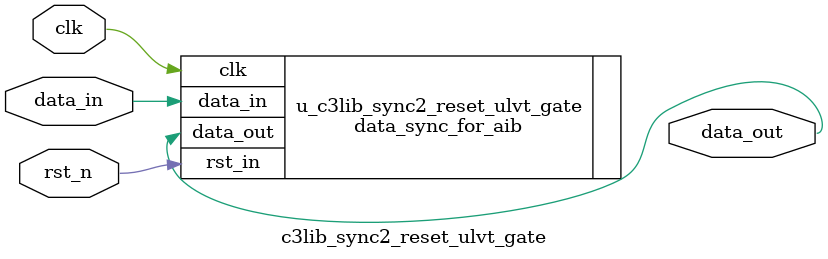
<source format=sv>


module c3lib_sync2_reset_ulvt_gate( 

  clk, 
  rst_n, 
  data_in,
  data_out

  ); 

input		clk; 
input		rst_n; 
input		data_in;
output		data_out;
// AYAR RESET SYNC VERSION WITH 2 deep synchronizer to mimic the behavioral model below Chandru Ramamurthy!!
//  c3lib_sync_metastable_behav_gate #(
//
//    .RESET_VAL	( 0 ),
//    .SYNC_STAGES( 2 )
//
//  ) u_c3lib_sync2_reset_lvt_gate ( 
//
//    .clk	( clk      ),
//    .rst_n	( rst_n    ),
//    .data_in	( data_in  ),
//    .data_out	( data_out )
//
//);
  data_sync_for_aib # (
      .ActiveLow(1),
      .ResetVal(1'b0),
      .SyncRegWidth(2)
  ) u_c3lib_sync2_reset_ulvt_gate (
      .clk    ( clk      ),
      .rst_in ( rst_n ),
      .data_in(data_in),
      .data_out   ( data_out )
  );

endmodule 


</source>
